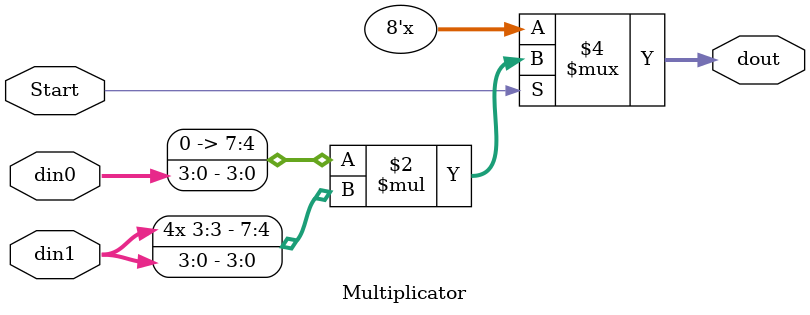
<source format=v>
`timescale 1ns / 1ps


module Multiplicator(Start, din0, din1, dout);

parameter a=4;
parameter b=8;

input Start;
input signed [a-1:0] din0, din1;
output reg signed [b-1:0] dout;

always@(*) begin
    if(Start) dout = $signed({1'b0,din0}) * $signed(din1);
end

endmodule
</source>
